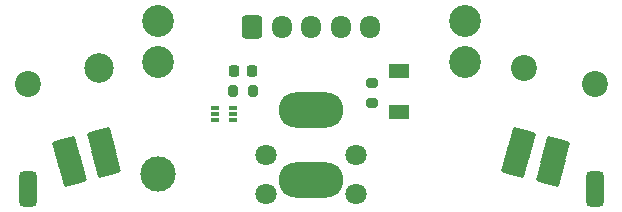
<source format=gts>
G04 #@! TF.GenerationSoftware,KiCad,Pcbnew,(6.0.5)*
G04 #@! TF.CreationDate,2022-05-28T17:46:07-04:00*
G04 #@! TF.ProjectId,spin-tgd-power,7370696e-2d74-4676-942d-706f7765722e,rev?*
G04 #@! TF.SameCoordinates,Original*
G04 #@! TF.FileFunction,Soldermask,Top*
G04 #@! TF.FilePolarity,Negative*
%FSLAX46Y46*%
G04 Gerber Fmt 4.6, Leading zero omitted, Abs format (unit mm)*
G04 Created by KiCad (PCBNEW (6.0.5)) date 2022-05-28 17:46:07*
%MOMM*%
%LPD*%
G01*
G04 APERTURE LIST*
G04 Aperture macros list*
%AMRoundRect*
0 Rectangle with rounded corners*
0 $1 Rounding radius*
0 $2 $3 $4 $5 $6 $7 $8 $9 X,Y pos of 4 corners*
0 Add a 4 corners polygon primitive as box body*
4,1,4,$2,$3,$4,$5,$6,$7,$8,$9,$2,$3,0*
0 Add four circle primitives for the rounded corners*
1,1,$1+$1,$2,$3*
1,1,$1+$1,$4,$5*
1,1,$1+$1,$6,$7*
1,1,$1+$1,$8,$9*
0 Add four rect primitives between the rounded corners*
20,1,$1+$1,$2,$3,$4,$5,0*
20,1,$1+$1,$4,$5,$6,$7,0*
20,1,$1+$1,$6,$7,$8,$9,0*
20,1,$1+$1,$8,$9,$2,$3,0*%
G04 Aperture macros list end*
%ADD10C,1.800000*%
%ADD11C,3.000000*%
%ADD12RoundRect,0.250000X-0.600000X-0.725000X0.600000X-0.725000X0.600000X0.725000X-0.600000X0.725000X0*%
%ADD13O,1.700000X1.950000*%
%ADD14RoundRect,0.375000X-0.375000X-1.125000X0.375000X-1.125000X0.375000X1.125000X-0.375000X1.125000X0*%
%ADD15RoundRect,0.375000X-0.375000X-0.375000X0.375000X-0.375000X0.375000X0.375000X-0.375000X0.375000X0*%
%ADD16R,1.700000X1.300000*%
%ADD17RoundRect,0.200000X0.200000X0.275000X-0.200000X0.275000X-0.200000X-0.275000X0.200000X-0.275000X0*%
%ADD18C,2.200000*%
%ADD19C,2.700000*%
%ADD20RoundRect,0.225000X-0.225000X-0.250000X0.225000X-0.250000X0.225000X0.250000X-0.225000X0.250000X0*%
%ADD21RoundRect,1.500000X-1.250000X0.000000X-1.250000X0.000000X1.250000X0.000000X1.250000X0.000000X0*%
%ADD22C,2.500000*%
%ADD23RoundRect,0.200000X1.044501X0.807167X-0.500981X1.221277X-1.044501X-0.807167X0.500981X-1.221277X0*%
%ADD24RoundRect,0.200000X-1.044501X-0.807167X0.500981X-1.221277X1.044501X0.807167X-0.500981X1.221277X0*%
%ADD25R,0.700000X0.340000*%
%ADD26RoundRect,0.200000X0.500981X1.221277X-1.044501X0.807167X-0.500981X-1.221277X1.044501X-0.807167X0*%
%ADD27RoundRect,0.200000X-0.500981X-1.221277X1.044501X-0.807167X0.500981X1.221277X-1.044501X0.807167X0*%
%ADD28RoundRect,0.200000X-0.275000X0.200000X-0.275000X-0.200000X0.275000X-0.200000X0.275000X0.200000X0*%
G04 APERTURE END LIST*
D10*
X-3800000Y-16650000D03*
X-3800000Y-13350000D03*
D11*
X-13000000Y-15000000D03*
D12*
X-5000000Y-2500000D03*
D13*
X-2500000Y-2500000D03*
X0Y-2500000D03*
X2500000Y-2500000D03*
X5000000Y-2500000D03*
D14*
X24000000Y-16250000D03*
D15*
X24000000Y-17000000D03*
D16*
X7400000Y-9750000D03*
X7400000Y-6250000D03*
D17*
X-4975000Y-7900000D03*
X-6625000Y-7900000D03*
D18*
X24000000Y-7300000D03*
D19*
X13000000Y-5500000D03*
X13000000Y-2000000D03*
D10*
X3800000Y-16650000D03*
X3800000Y-13350000D03*
D20*
X-6575000Y-6250000D03*
X-5025000Y-6250000D03*
D21*
X0Y-9500000D03*
X0Y-15500000D03*
D22*
X-18000000Y-6000000D03*
D19*
X-13000000Y-2000000D03*
X-13000000Y-5500000D03*
D23*
X17356997Y-13836216D03*
D24*
X17745225Y-12387327D03*
X20643003Y-13163784D03*
D23*
X20254775Y-14612673D03*
D18*
X18000000Y-6000000D03*
D25*
X-8150000Y-9400000D03*
X-8150000Y-9900000D03*
X-8150000Y-10400000D03*
X-6650000Y-10400000D03*
X-6650000Y-9900000D03*
X-6650000Y-9400000D03*
D26*
X-20254775Y-14612673D03*
D27*
X-20643003Y-13163784D03*
D26*
X-17356997Y-13836216D03*
D27*
X-17745225Y-12387327D03*
D14*
X-24000000Y-16250000D03*
D15*
X-24000000Y-17000000D03*
D28*
X5100000Y-7275000D03*
X5100000Y-8925000D03*
D18*
X-24000000Y-7300000D03*
M02*

</source>
